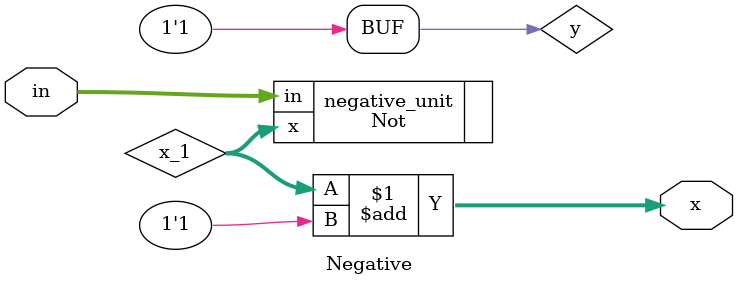
<source format=v>
`timescale 1ns / 1ps
module Negative(in, x);
	input wire [7:0] in;
	wire [7:0] x_1;
	output wire [7:0] x;
	
	assign y = 8'b00000001;
	wire cout, overflow, sum;
	
	Not negative_unit (.in(in), .x(x_1));
	//eightBitAdder negative_total(.x(x_1), .y(y), .cin(), .overflow(overflow), .cout(cout), .sum(sum));
	assign x = x_1 + 1'b1;

endmodule

</source>
